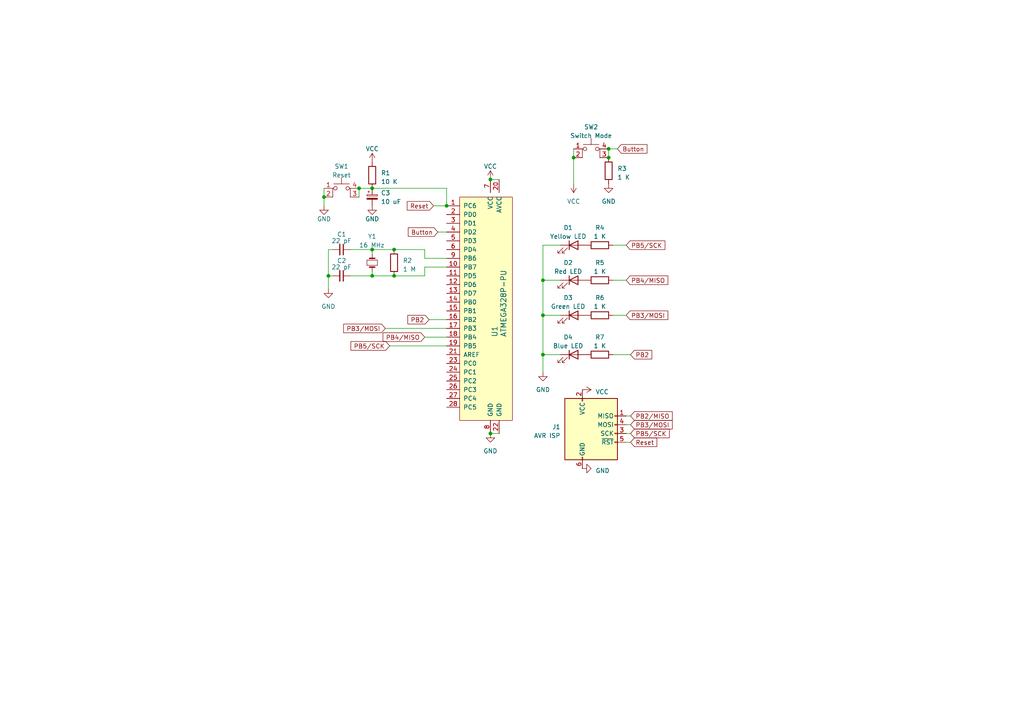
<source format=kicad_sch>
(kicad_sch (version 20230121) (generator eeschema)
  (paper "A4")
  (lib_symbols
    (symbol "Connector:AVR-ISP-6" (pin_names (offset 1.016))
      (property "Reference" "J" (at -6.35 11.43 0))
      (property "Value" "AVR-ISP-6" (at 0 11.43 0))
      (symbol "AVR-ISP-6_0_1"
        (rectangle (start -2.667 -6.858) (end -2.413 -7.62))
        (rectangle (start -2.667 10.16) (end -2.413 9.398))
        (rectangle (start 7.62 -2.413) (end 6.858 -2.667))
        (rectangle (start 7.62 0.127) (end 6.858 -0.127))
        (rectangle (start 7.62 2.667) (end 6.858 2.413))
        (rectangle (start 7.62 5.207) (end 6.858 4.953))
        (rectangle (start 7.62 10.16) (end -7.62 -7.62) (stroke (width 0.254)) (fill (type background)))
      )
      (symbol "AVR-ISP-6_1_1"
        (pin passive line (at 10.16 5.08 180) (length 2.54) (name "MISO") (number "1"))
        (pin passive line (at -2.54 12.7 270) (length 2.54) (name "VCC") (number "2"))
        (pin passive line (at 10.16 0 180) (length 2.54) (name "SCK") (number "3"))
        (pin passive line (at 10.16 2.54 180) (length 2.54) (name "MOSI") (number "4"))
        (pin passive line (at 10.16 -2.54 180) (length 2.54) (name "~{RST}") (number "5"))
        (pin passive line (at -2.54 -10.16 90) (length 2.54) (name "GND") (number "6"))
      )
    )
    (symbol "Device:C_Polarized_Small" (pin_numbers hide) (pin_names (offset 0.254) hide)
      (property "Reference" "C" (at 0.254 1.778 0))
      (property "Value" "C_Polarized_Small" (at 0.254 -2.032 0))
      (symbol "C_Polarized_Small_0_1"
        (rectangle (start -1.524 -0.3048) (end 1.524 -0.6858) (fill (type outline)))
        (rectangle (start -1.524 0.6858) (end 1.524 0.3048))
        (polyline (pts (xy -1.27 1.524) (xy -0.762 1.524)))
        (polyline (pts (xy -1.016 1.27) (xy -1.016 1.778)))
      )
      (symbol "C_Polarized_Small_1_1"
        (pin passive line (at 0 2.54 270) (length 1.8542) (name "~") (number "1"))
        (pin passive line (at 0 -2.54 90) (length 1.8542) (name "~") (number "2"))
      )
    )
    (symbol "Device:C_Small" (pin_numbers hide) (pin_names (offset 0.254) hide)
      (property "Reference" "C" (at 0.254 1.778 0))
      (property "Value" "C_Small" (at 0.254 -2.032 0))
      (symbol "C_Small_0_1"
        (polyline (pts (xy -1.524 -0.508) (xy 1.524 -0.508)) (stroke (width 0.3302)))
        (polyline (pts (xy -1.524 0.508) (xy 1.524 0.508)) (stroke (width 0.3048)))
      )
      (symbol "C_Small_1_1"
        (pin passive line (at 0 2.54 270) (length 2.032) (name "~") (number "1"))
        (pin passive line (at 0 -2.54 90) (length 2.032) (name "~") (number "2"))
      )
    )
    (symbol "Device:Crystal_Small" (pin_numbers hide) (pin_names (offset 1.016) hide)
      (property "Reference" "Y" (at 0 2.54 0))
      (property "Value" "Crystal_Small" (at 0 -2.54 0))
      (symbol "Crystal_Small_0_1"
        (rectangle (start -0.762 -1.524) (end 0.762 1.524))
        (polyline (pts (xy -1.27 -0.762) (xy -1.27 0.762)) (stroke (width 0.381)))
        (polyline (pts (xy 1.27 -0.762) (xy 1.27 0.762)) (stroke (width 0.381)))
      )
      (symbol "Crystal_Small_1_1"
        (pin passive line (at -2.54 0 0) (length 1.27) (name "1") (number "1"))
        (pin passive line (at 2.54 0 180) (length 1.27) (name "2") (number "2"))
      )
    )
    (symbol "Device:LED" (pin_numbers hide) (pin_names (offset 1.016) hide)
      (property "Reference" "D" (at 0 2.54 0))
      (property "Value" "LED" (at 0 -2.54 0))
      (symbol "LED_0_1"
        (polyline (pts (xy -1.27 -1.27) (xy -1.27 1.27)) (stroke (width 0.254)))
        (polyline (pts (xy -1.27 0) (xy 1.27 0)))
        (polyline (pts (xy 1.27 -1.27) (xy 1.27 1.27) (xy -1.27 0) (xy 1.27 -1.27)) (stroke (width 0.254)))
        (polyline (pts (xy -3.048 -0.762) (xy -4.572 -2.286) (xy -3.81 -2.286) (xy -4.572 -2.286) (xy -4.572 -1.524)))
        (polyline (pts (xy -1.778 -0.762) (xy -3.302 -2.286) (xy -2.54 -2.286) (xy -3.302 -2.286) (xy -3.302 -1.524)))
      )
      (symbol "LED_1_1"
        (pin passive line (at -3.81 0 0) (length 2.54) (name "K") (number "1"))
        (pin passive line (at 3.81 0 180) (length 2.54) (name "A") (number "2"))
      )
    )
    (symbol "Device:R" (pin_numbers hide) (pin_names (offset 0))
      (property "Reference" "R" (at 2.032 0 90))
      (property "Value" "R" (at 0 0 90))
      (symbol "R_0_1"
        (rectangle (start -1.016 -2.54) (end 1.016 2.54) (stroke (width 0.254)))
      )
      (symbol "R_1_1"
        (pin passive line (at 0 3.81 270) (length 1.27) (name "~") (number "1"))
        (pin passive line (at 0 -3.81 90) (length 1.27) (name "~") (number "2"))
      )
    )
    (symbol "Switch:SW_MEC_5E" (pin_names (offset 1.016) hide)
      (property "Reference" "SW" (at 0.635 5.715 0))
      (property "Value" "SW_MEC_5E" (at 0 -3.175 0))
      (symbol "SW_MEC_5E_0_1"
        (circle (center -1.778 2.54) (radius 0.508))
        (polyline (pts (xy -2.286 3.81) (xy 2.286 3.81)))
        (polyline (pts (xy 0 3.81) (xy 0 5.588)))
        (polyline (pts (xy -2.54 0) (xy -2.54 2.54) (xy -2.286 2.54)))
        (polyline (pts (xy 2.54 0) (xy 2.54 2.54) (xy 2.286 2.54)))
        (circle (center 1.778 2.54) (radius 0.508))
        (pin passive line (at -5.08 2.54 0) (length 2.54) (name "1") (number "1"))
        (pin passive line (at -5.08 0 0) (length 2.54) (name "2") (number "2"))
        (pin passive line (at 5.08 0 180) (length 2.54) (name "K") (number "3"))
        (pin passive line (at 5.08 2.54 180) (length 2.54) (name "A") (number "4"))
      )
    )
    (symbol "dk_Embedded-Microcontrollers:ATMEGA328P-PU" (pin_names (offset 1.016))
      (property "Reference" "U" (at -8.89 33.02 0))
      (property "Value" "ATMEGA328P-PU" (at 2.54 -1.27 90))
      (symbol "ATMEGA328P-PU_0_1"
        (rectangle (start -8.89 30.48) (end 6.35 -34.29) (fill (type background)))
      )
      (symbol "ATMEGA328P-PU_1_1"
        (pin bidirectional line (at -12.7 27.94 0) (length 3.81) (name "PC6") (number "1"))
        (pin bidirectional line (at -12.7 10.16 0) (length 3.81) (name "PB7") (number "10"))
        (pin bidirectional line (at -12.7 7.62 0) (length 3.81) (name "PD5") (number "11"))
        (pin bidirectional line (at -12.7 5.08 0) (length 3.81) (name "PD6") (number "12"))
        (pin bidirectional line (at -12.7 2.54 0) (length 3.81) (name "PD7") (number "13"))
        (pin bidirectional line (at -12.7 0 0) (length 3.81) (name "PB0") (number "14"))
        (pin bidirectional line (at -12.7 -2.54 0) (length 3.81) (name "PB1") (number "15"))
        (pin bidirectional line (at -12.7 -5.08 0) (length 3.81) (name "PB2") (number "16"))
        (pin bidirectional line (at -12.7 -7.62 0) (length 3.81) (name "PB3") (number "17"))
        (pin bidirectional line (at -12.7 -10.16 0) (length 3.81) (name "PB4") (number "18"))
        (pin bidirectional line (at -12.7 -12.7 0) (length 3.81) (name "PB5") (number "19"))
        (pin bidirectional line (at -12.7 25.4 0) (length 3.81) (name "PD0") (number "2"))
        (pin power_in line (at 2.54 35.56 270) (length 3.81) (name "AVCC") (number "20"))
        (pin input line (at -12.7 -15.24 0) (length 3.81) (name "AREF") (number "21"))
        (pin power_in line (at 2.54 -38.1 90) (length 3.81) (name "GND") (number "22"))
        (pin bidirectional line (at -12.7 -17.78 0) (length 3.81) (name "PC0") (number "23"))
        (pin bidirectional line (at -12.7 -20.32 0) (length 3.81) (name "PC1") (number "24"))
        (pin bidirectional line (at -12.7 -22.86 0) (length 3.81) (name "PC2") (number "25"))
        (pin bidirectional line (at -12.7 -25.4 0) (length 3.81) (name "PC3") (number "26"))
        (pin bidirectional line (at -12.7 -27.94 0) (length 3.81) (name "PC4") (number "27"))
        (pin bidirectional line (at -12.7 -30.48 0) (length 3.81) (name "PC5") (number "28"))
        (pin bidirectional line (at -12.7 22.86 0) (length 3.81) (name "PD1") (number "3"))
        (pin bidirectional line (at -12.7 20.32 0) (length 3.81) (name "PD2") (number "4"))
        (pin bidirectional line (at -12.7 17.78 0) (length 3.81) (name "PD3") (number "5"))
        (pin bidirectional line (at -12.7 15.24 0) (length 3.81) (name "PD4") (number "6"))
        (pin power_in line (at 0 35.56 270) (length 3.81) (name "VCC") (number "7"))
        (pin power_in line (at 0 -38.1 90) (length 3.81) (name "GND") (number "8"))
        (pin bidirectional line (at -12.7 12.7 0) (length 3.81) (name "PB6") (number "9"))
      )
    )
    (symbol "power:GND" (power) (pin_names (offset 0))
      (property "Value" "GND" (at 0 -3.81 0))
      (symbol "GND_0_1"
        (polyline (pts (xy 0 0) (xy 0 -1.27) (xy 1.27 -1.27) (xy 0 -2.54) (xy -1.27 -1.27) (xy 0 -1.27)))
      )
      (symbol "GND_1_1"
        (pin power_in line (at 0 0 270) (length 0) hide (name "GND") (number "1"))
      )
    )
    (symbol "power:VCC" (power) (pin_names (offset 0))
      (property "Value" "VCC" (at 0 3.81 0))
      (symbol "VCC_0_1"
        (polyline (pts (xy -0.762 1.27) (xy 0 2.54)))
        (polyline (pts (xy 0 0) (xy 0 2.54)))
        (polyline (pts (xy 0 2.54) (xy 0.762 1.27)))
      )
      (symbol "VCC_1_1"
        (pin power_in line (at 0 0 90) (length 0) hide (name "VCC") (number "1"))
      )
    )
  )
  (junction (at 107.95 72.39))
  (junction (at 157.48 81.28))
  (junction (at 93.98 57.15))
  (junction (at 166.37 45.72))
  (junction (at 157.48 91.44))
  (junction (at 142.24 125.73))
  (junction (at 176.53 43.18))
  (junction (at 107.95 80.01))
  (junction (at 104.14 54.61))
  (junction (at 95.25 80.01))
  (junction (at 114.3 72.39))
  (junction (at 114.3 80.01))
  (junction (at 157.48 102.87))
  (junction (at 142.24 52.07))
  (junction (at 129.54 59.69))
  (junction (at 176.53 45.72))
  (junction (at 107.95 54.61))
  (wire (pts (xy 124.46 92.71) (xy 129.54 92.71)))
  (wire (pts (xy 182.88 120.65) (xy 181.61 120.65)))
  (wire (pts (xy 157.48 102.87) (xy 162.56 102.87)))
  (wire (pts (xy 157.48 81.28) (xy 162.56 81.28)))
  (wire (pts (xy 113.03 100.33) (xy 129.54 100.33)))
  (wire (pts (xy 181.61 91.44) (xy 177.8 91.44)))
  (wire (pts (xy 129.54 74.93) (xy 123.19 74.93)))
  (wire (pts (xy 107.95 72.39) (xy 107.95 73.66)))
  (wire (pts (xy 107.95 72.39) (xy 114.3 72.39)))
  (wire (pts (xy 181.61 81.28) (xy 177.8 81.28)))
  (wire (pts (xy 182.88 102.87) (xy 177.8 102.87)))
  (wire (pts (xy 101.6 80.01) (xy 107.95 80.01)))
  (wire (pts (xy 166.37 53.34) (xy 166.37 45.72)))
  (wire (pts (xy 129.54 54.61) (xy 129.54 59.69)))
  (wire (pts (xy 179.07 43.18) (xy 176.53 43.18)))
  (wire (pts (xy 104.14 54.61) (xy 107.95 54.61)))
  (wire (pts (xy 123.19 74.93) (xy 123.19 72.39)))
  (wire (pts (xy 123.19 97.79) (xy 129.54 97.79)))
  (wire (pts (xy 142.24 125.73) (xy 144.78 125.73)))
  (wire (pts (xy 123.19 80.01) (xy 114.3 80.01)))
  (wire (pts (xy 93.98 54.61) (xy 93.98 57.15)))
  (wire (pts (xy 104.14 54.61) (xy 104.14 57.15)))
  (wire (pts (xy 157.48 107.95) (xy 157.48 102.87)))
  (wire (pts (xy 182.88 125.73) (xy 181.61 125.73)))
  (wire (pts (xy 176.53 43.18) (xy 176.53 45.72)))
  (wire (pts (xy 107.95 54.61) (xy 129.54 54.61)))
  (wire (pts (xy 101.6 72.39) (xy 107.95 72.39)))
  (wire (pts (xy 93.98 59.69) (xy 93.98 57.15)))
  (wire (pts (xy 127 67.31) (xy 129.54 67.31)))
  (wire (pts (xy 157.48 81.28) (xy 157.48 91.44)))
  (wire (pts (xy 95.25 72.39) (xy 95.25 80.01)))
  (wire (pts (xy 182.88 123.19) (xy 181.61 123.19)))
  (wire (pts (xy 181.61 71.12) (xy 177.8 71.12)))
  (wire (pts (xy 125.73 59.69) (xy 129.54 59.69)))
  (wire (pts (xy 162.56 71.12) (xy 157.48 71.12)))
  (wire (pts (xy 114.3 80.01) (xy 107.95 80.01)))
  (wire (pts (xy 96.52 72.39) (xy 95.25 72.39)))
  (wire (pts (xy 123.19 77.47) (xy 123.19 80.01)))
  (wire (pts (xy 107.95 80.01) (xy 107.95 78.74)))
  (wire (pts (xy 157.48 91.44) (xy 157.48 102.87)))
  (wire (pts (xy 166.37 43.18) (xy 166.37 45.72)))
  (wire (pts (xy 142.24 52.07) (xy 144.78 52.07)))
  (wire (pts (xy 95.25 80.01) (xy 96.52 80.01)))
  (wire (pts (xy 95.25 80.01) (xy 95.25 83.82)))
  (wire (pts (xy 157.48 91.44) (xy 162.56 91.44)))
  (wire (pts (xy 111.76 95.25) (xy 129.54 95.25)))
  (wire (pts (xy 157.48 71.12) (xy 157.48 81.28)))
  (wire (pts (xy 182.88 128.27) (xy 181.61 128.27)))
  (wire (pts (xy 129.54 77.47) (xy 123.19 77.47)))
  (wire (pts (xy 123.19 72.39) (xy 114.3 72.39)))
  (global_label "Button" (shape input) (at 127 67.31 180) (property "Intersheetrefs" "${INTERSHEET_REFS}" (effects hide)))
  (global_label "PB4{slash}MISO" (shape input) (at 123.19 97.79 180) (property "Intersheetrefs" "${INTERSHEET_REFS}" (effects hide)))
  (global_label "PB5{slash}SCK" (shape input) (at 182.88 125.73 0) (property "Intersheetrefs" "${INTERSHEET_REFS}" (effects hide)))
  (global_label "PB2" (shape input) (at 124.46 92.71 180) (property "Intersheetrefs" "${INTERSHEET_REFS}" (effects hide)))
  (global_label "Reset" (shape input) (at 125.73 59.69 180) (property "Intersheetrefs" "${INTERSHEET_REFS}" (effects hide)))
  (global_label "PB4{slash}MISO" (shape input) (at 181.61 81.28 0) (property "Intersheetrefs" "${INTERSHEET_REFS}" (effects hide)))
  (global_label "PB3{slash}MOSI" (shape input) (at 111.76 95.25 180) (property "Intersheetrefs" "${INTERSHEET_REFS}" (effects hide)))
  (global_label "PB2{slash}MISO" (shape input) (at 182.88 120.65 0) (property "Intersheetrefs" "${INTERSHEET_REFS}" (effects hide)))
  (global_label "PB5{slash}SCK" (shape input) (at 181.61 71.12 0) (property "Intersheetrefs" "${INTERSHEET_REFS}" (effects hide)))
  (global_label "Reset" (shape input) (at 182.88 128.27 0) (property "Intersheetrefs" "${INTERSHEET_REFS}" (effects hide)))
  (global_label "PB5{slash}SCK" (shape input) (at 113.03 100.33 180) (property "Intersheetrefs" "${INTERSHEET_REFS}" (effects hide)))
  (global_label "PB2" (shape input) (at 182.88 102.87 0) (property "Intersheetrefs" "${INTERSHEET_REFS}" (effects hide)))
  (global_label "PB3{slash}MOSI" (shape input) (at 182.88 123.19 0) (property "Intersheetrefs" "${INTERSHEET_REFS}" (effects hide)))
  (global_label "Button" (shape input) (at 179.07 43.18 0) (property "Intersheetrefs" "${INTERSHEET_REFS}" (effects hide)))
  (global_label "PB3{slash}MOSI" (shape input) (at 181.61 91.44 0) (property "Intersheetrefs" "${INTERSHEET_REFS}" (effects hide)))
  (symbol (lib_id "power:GND") (at 142.24 125.73 0) (unit 1)
    (property "Reference" "#PWR02" (effects hide))
    (property "Value" "GND" (at 142.24 130.81 0))
  )
  (symbol (lib_id "Switch:SW_MEC_5E") (at 171.45 45.72 0) (unit 1)
    (property "Reference" "SW2" (at 171.45 36.83 0))
    (property "Value" "Switch Mode" (at 171.45 39.37 0))
    (property "Datasheet" "http://www.apem.com/int/index.php?controller=attachment&id_attachment=1371" (effects hide))
  )
  (symbol (lib_id "power:GND") (at 93.98 59.69 0) (unit 1)
    (property "Reference" "#PWR06" (effects hide))
    (property "Value" "GND" (at 93.98 63.5 0))
  )
  (symbol (lib_id "Device:R") (at 173.99 71.12 90) (unit 1)
    (property "Reference" "R4" (at 173.99 66.04 90))
    (property "Value" "1 K" (at 173.99 68.58 90))
  )
  (symbol (lib_id "power:GND") (at 176.53 53.34 0) (unit 1)
    (property "Reference" "#PWR07" (effects hide))
    (property "Value" "GND" (at 176.53 58.42 0))
  )
  (symbol (lib_id "Device:R") (at 107.95 50.8 0) (unit 1)
    (property "Reference" "R1" (at 110.49 50.165 0) (effects (justify left)))
    (property "Value" "10 K" (at 110.49 52.705 0) (effects (justify left)))
  )
  (symbol (lib_id "Device:Crystal_Small") (at 107.95 76.2 270) (unit 1)
    (property "Reference" "Y1" (at 106.68 68.58 90) (effects (justify left)))
    (property "Value" "16 MHz" (at 104.14 71.12 90) (effects (justify left)))
  )
  (symbol (lib_id "Device:R") (at 114.3 76.2 0) (unit 1)
    (property "Reference" "R2" (at 116.84 75.565 0) (effects (justify left)))
    (property "Value" "1 M" (at 116.84 78.105 0) (effects (justify left)))
  )
  (symbol (lib_id "Device:LED") (at 166.37 91.44 0) (unit 1)
    (property "Reference" "D3" (at 164.7825 86.36 0))
    (property "Value" "Green LED" (at 164.7825 88.9 0))
  )
  (symbol (lib_id "power:GND") (at 157.48 107.95 0) (unit 1)
    (property "Reference" "#PWR09" (effects hide))
    (property "Value" "GND" (at 157.48 113.03 0))
  )
  (symbol (lib_id "Switch:SW_MEC_5E") (at 99.06 57.15 0) (unit 1)
    (property "Reference" "SW1" (at 99.06 48.26 0))
    (property "Value" "Reset" (at 99.06 50.8 0))
    (property "Datasheet" "http://www.apem.com/int/index.php?controller=attachment&id_attachment=1371" (effects hide))
  )
  (symbol (lib_id "Device:LED") (at 166.37 71.12 0) (unit 1)
    (property "Reference" "D1" (at 164.7825 66.04 0))
    (property "Value" "Yellow LED" (at 164.7825 68.58 0))
  )
  (symbol (lib_id "Device:LED") (at 166.37 81.28 0) (unit 1)
    (property "Reference" "D2" (at 164.7825 76.2 0))
    (property "Value" "Red LED" (at 164.7825 78.74 0))
  )
  (symbol (lib_id "power:VCC") (at 142.24 52.07 0) (unit 1)
    (property "Reference" "#PWR03" (effects hide))
    (property "Value" "VCC" (at 142.24 48.26 0))
  )
  (symbol (lib_id "Device:C_Small") (at 99.06 72.39 270) (unit 1)
    (property "Reference" "C1" (at 99.1065 67.9766 90))
    (property "Value" "22 pF" (at 99.0536 69.85 90))
  )
  (symbol (lib_id "power:VCC") (at 168.91 113.03 270) (unit 1)
    (property "Reference" "#PWR010" (effects hide))
    (property "Value" "VCC" (at 172.72 113.665 90) (effects (justify left)))
  )
  (symbol (lib_id "Device:R") (at 173.99 81.28 90) (unit 1)
    (property "Reference" "R5" (at 173.99 76.2 90))
    (property "Value" "1 K" (at 173.99 78.74 90))
  )
  (symbol (lib_id "Connector:AVR-ISP-6") (at 171.45 125.73 0) (unit 1)
    (property "Reference" "J1" (at 162.56 123.825 0) (effects (justify right)))
    (property "Value" "AVR ISP" (at 162.56 126.365 0) (effects (justify right)))
    (property "Datasheet" " ~" (effects hide))
  )
  (symbol (lib_id "power:VCC") (at 166.37 53.34 0) (mirror x) (unit 1)
    (property "Reference" "#PWR08" (effects hide))
    (property "Value" "VCC" (at 166.37 58.42 0))
  )
  (symbol (lib_id "Device:R") (at 173.99 102.87 90) (unit 1)
    (property "Reference" "R7" (at 173.99 97.79 90))
    (property "Value" "1 K" (at 173.99 100.33 90))
  )
  (symbol (lib_id "Device:C_Polarized_Small") (at 107.95 57.15 0) (unit 1)
    (property "Reference" "C3" (at 110.49 55.9689 0) (effects (justify left)))
    (property "Value" "10 uF" (at 110.49 58.5089 0) (effects (justify left)))
  )
  (symbol (lib_id "Device:C_Small") (at 99.06 80.01 270) (unit 1)
    (property "Reference" "C2" (at 99.1065 75.6059 90))
    (property "Value" "22 pF" (at 99.0536 77.47 90))
  )
  (symbol (lib_id "Device:R") (at 176.53 49.53 0) (unit 1)
    (property "Reference" "R3" (at 179.07 48.895 0) (effects (justify left)))
    (property "Value" "1 K" (at 179.07 51.435 0) (effects (justify left)))
  )
  (symbol (lib_id "power:GND") (at 107.95 59.69 0) (unit 1)
    (property "Reference" "#PWR04" (effects hide))
    (property "Value" "GND" (at 107.95 63.5 0))
  )
  (symbol (lib_id "dk_Embedded-Microcontrollers:ATMEGA328P-PU") (at 142.24 87.63 0) (unit 1)
    (property "Reference" "U1" (at 143.51 97.79 90) (effects (font (size 1.524 1.524)) (justify left)))
    (property "Value" "ATMEGA328P-PU" (at 146.05 97.79 90) (effects (font (size 1.524 1.524)) (justify left)))
    (property "Footprint" "digikey-footprints:DIP-28_W7.62mm" (effects hide))
    (property "Datasheet" "http://www.microchip.com/mymicrochip/filehandler.aspx?ddocname=en608326" (effects hide))
    (property "Digi-Key_PN" "ATMEGA328P-PU-ND" (effects hide))
    (property "MPN" "ATMEGA328P-PU" (effects hide))
    (property "Category" "Integrated Circuits (ICs)" (effects hide))
    (property "Family" "Embedded - Microcontrollers" (effects hide))
    (property "DK_Datasheet_Link" "http://www.microchip.com/mymicrochip/filehandler.aspx?ddocname=en608326" (effects hide))
    (property "DK_Detail_Page" "/product-detail/en/microchip-technology/ATMEGA328P-PU/ATMEGA328P-PU-ND/1914589" (effects hide))
    (property "Description" "IC MCU 8BIT 32KB FLASH 28DIP" (effects hide))
    (property "Manufacturer" "Microchip Technology" (effects hide))
    (property "Status" "Active" (effects hide))
  )
  (symbol (lib_id "Device:LED") (at 166.37 102.87 0) (unit 1)
    (property "Reference" "D4" (at 164.7825 97.79 0))
    (property "Value" "Blue LED" (at 164.7825 100.33 0))
  )
  (symbol (lib_id "power:GND") (at 168.91 135.89 90) (unit 1)
    (property "Reference" "#PWR011" (effects hide))
    (property "Value" "GND" (at 172.72 136.525 90) (effects (justify right)))
  )
  (symbol (lib_id "power:VCC") (at 107.95 46.99 0) (unit 1)
    (property "Reference" "#PWR05" (effects hide))
    (property "Value" "VCC" (at 107.95 43.18 0))
  )
  (symbol (lib_id "power:GND") (at 95.25 83.82 0) (unit 1)
    (property "Reference" "#PWR01" (effects hide))
    (property "Value" "GND" (at 95.25 88.9 0))
  )
  (symbol (lib_id "Device:R") (at 173.99 91.44 90) (unit 1)
    (property "Reference" "R6" (at 173.99 86.36 90))
    (property "Value" "1 K" (at 173.99 88.9 90))
  )
)
</source>
